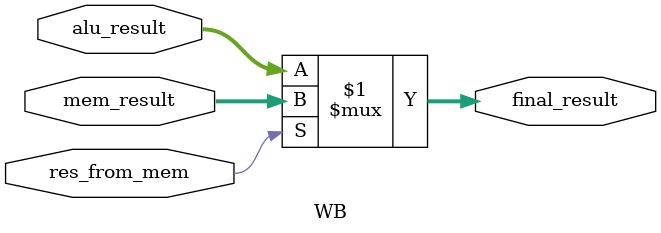
<source format=v>
module WB(
    input  wire         res_from_mem,
    input  wire [31: 0] mem_result,
    input  wire [31: 0] alu_result,
    output wire [31: 0] final_result
    );

    assign final_result = res_from_mem ? mem_result : alu_result;

endmodule
</source>
